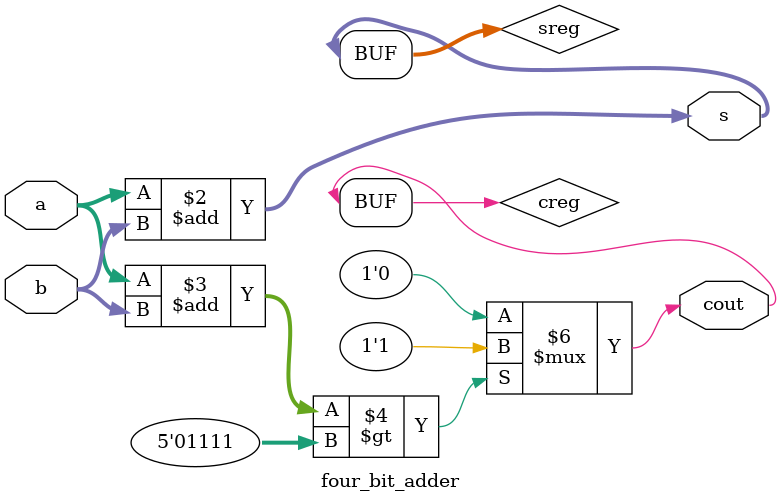
<source format=v>
`timescale 1ns / 1ps
module four_bit_adder(a,b,s,cout
    );
input [3:0] a,b;
output [3:0] s;
output cout;

reg [3:0] sreg;
reg creg;

assign s=sreg;
assign cout=creg;

always @(a or b)
begin
	sreg=a+b;
	if ((a+b)>5'b01111) creg=1;
	else creg=0;
end

endmodule

</source>
